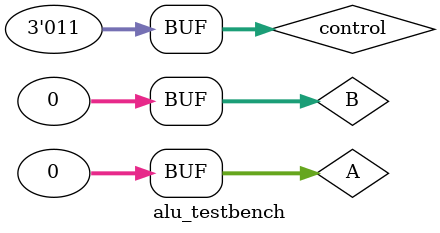
<source format=v>
module alu_testbench(); 
  reg[31:0] A, B; 
  reg[2:0] control; 
  
  wire[31:0] result; 
  wire zero, overflow, carry, negative; 
  
  alu test_unit(
    .a(A), 
    .b(B),
    .f(control),
    .result(result),
    .zero(zero),
    .overflow(overflow),
    .carry(carry), 
    .negative(negative)); 
    
  initial begin
    //ADD 0+0
    A <= 0; 
    B <= 0; 
    control <= 0; 
    #100
    //ADD 0+(-1)
    B <= -1; 
    #100
    //ADD 1+(-1)
    A <= 1; 
    #100
    //ADD FF+1
    A <= 2'hFF; 
    B <= 1;
    #100 
    //ADD 7FFFFFFF+1
    A <= 8'h7FFFFFFF; 
    B <= 1;
    #100
    //SUB 0-0
    A <= 0; 
    B <= 0; 
    control <= 001;
    #100 
    //SUB 0-(-1)
    B <= -1;
    #100 
    //SUB 1-1
    A <= 1; 
    B <= 1;
    #100 
    //SUB 100-1
    A <= 100;
    #100 
    //SUB 80000000-1
    A <= 80000000;
    #100  
    //SLT 0,0 
    A <= 0; 
    B <= 0; 
    control <= 101;
    #100 
    //SLT 0,1
    B <= 1; 
    #100
    //SLT 0,-1
    B <= -1;
    #100 
    //SLT 1,0
    A <= 1; 
    B <= 0;
    #100 
    //SLT -1,0
    A <= -1; 
    B <= 0;
    #100
    //AND FFFFFFFF, FFFFFFFF
    A <= 8'hFFFFFFFF; 
    B <= 8'hFFFFFFFF; 
    control <= 010;
    #100 
    //AND FFFFFFFF, 12345678
    B <= 12345678; 
    #100
    //AND 12345678, 87654321
    A <= 12345678; 
    B <= 87654321; 
    #100; 
    //AND 00000000, FFFFFFFF
    A <= 00000000; 
    B <= 8'hFFFFFFFF; 
    #100; 
    //OR FFFFFFFF, FFFFFFFF
    A <= 8'hFFFFFFFF; 
    control <= 011; 
    #100; 
    //OR 12345678, 87654321
    A <= 12345678; 
    B <= 87654321; 
    #100; 
    //OR 00000000, FFFFFFFF; 
    A <= 00000000; 
    B <= 8'hFFFFFFFF; 
    #100; 
    //OR 00000000, 00000000; 
    B <= 00000000; 
  end
endmodule  

</source>
